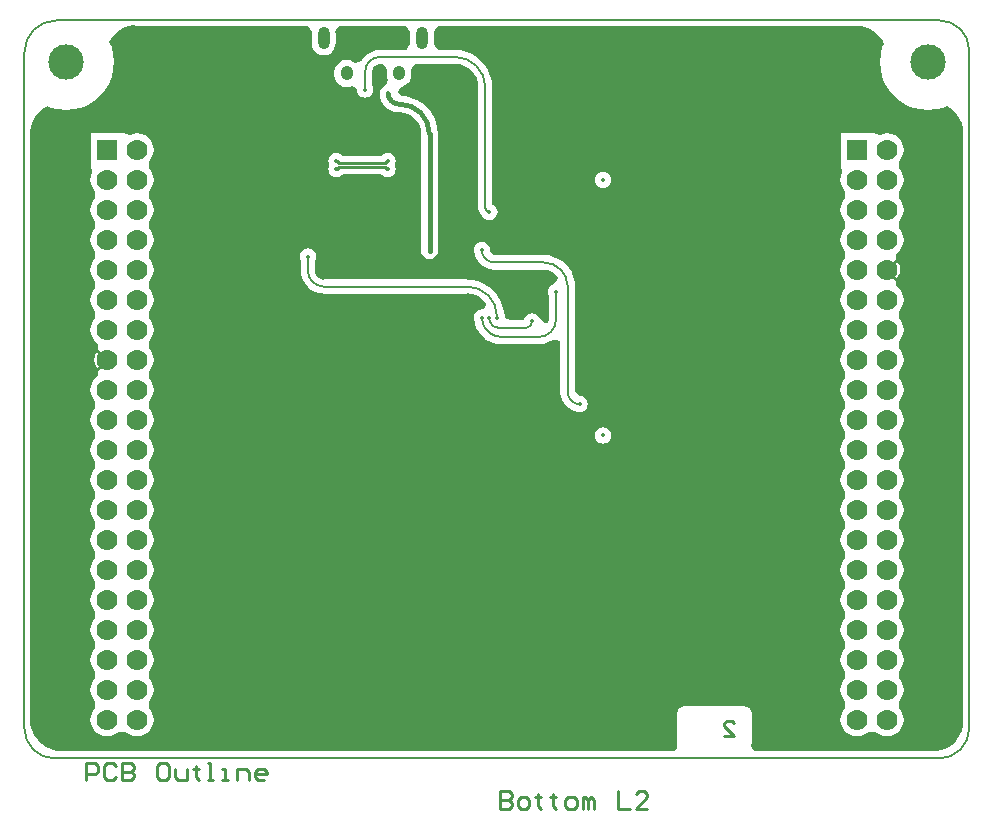
<source format=gbl>
G04*
G04 #@! TF.GenerationSoftware,Altium Limited,Altium Designer,25.8.1 (18)*
G04*
G04 Layer_Physical_Order=2*
G04 Layer_Color=16711680*
%FSLAX24Y24*%
%MOIN*%
G70*
G04*
G04 #@! TF.SameCoordinates,09999318-E88C-4F9F-A6D3-71EC491E3F06*
G04*
G04*
G04 #@! TF.FilePolarity,Positive*
G04*
G01*
G75*
%ADD13C,0.0059*%
%ADD16C,0.0100*%
%ADD17C,0.0050*%
%ADD37C,0.0150*%
%ADD38C,0.0080*%
%ADD48C,0.0090*%
%ADD52C,0.0700*%
%ADD53R,0.0700X0.0700*%
G04:AMPARAMS|DCode=54|XSize=39.4mil|YSize=74.8mil|CornerRadius=19.7mil|HoleSize=0mil|Usage=FLASHONLY|Rotation=180.000|XOffset=0mil|YOffset=0mil|HoleType=Round|Shape=RoundedRectangle|*
%AMROUNDEDRECTD54*
21,1,0.0394,0.0354,0,0,180.0*
21,1,0.0000,0.0748,0,0,180.0*
1,1,0.0394,0.0000,0.0177*
1,1,0.0394,0.0000,0.0177*
1,1,0.0394,0.0000,-0.0177*
1,1,0.0394,0.0000,-0.0177*
%
%ADD54ROUNDEDRECTD54*%
G04:AMPARAMS|DCode=55|XSize=41.3mil|YSize=49.2mil|CornerRadius=20.7mil|HoleSize=0mil|Usage=FLASHONLY|Rotation=180.000|XOffset=0mil|YOffset=0mil|HoleType=Round|Shape=RoundedRectangle|*
%AMROUNDEDRECTD55*
21,1,0.0413,0.0079,0,0,180.0*
21,1,0.0000,0.0492,0,0,180.0*
1,1,0.0413,0.0000,0.0039*
1,1,0.0413,0.0000,0.0039*
1,1,0.0413,0.0000,-0.0039*
1,1,0.0413,0.0000,-0.0039*
%
%ADD55ROUNDEDRECTD55*%
%ADD56C,0.1181*%
%ADD57C,0.0140*%
G36*
X3737Y24431D02*
X9423D01*
X9477Y24386D01*
X9575Y24231D01*
X9570Y24193D01*
Y23839D01*
X9584Y23735D01*
X9624Y23638D01*
X9687Y23556D01*
X9770Y23492D01*
X9867Y23452D01*
X9970Y23438D01*
X10074Y23452D01*
X10171Y23492D01*
X10254Y23556D01*
X10317Y23638D01*
X10357Y23735D01*
X10371Y23839D01*
Y24193D01*
X10366Y24231D01*
X10464Y24386D01*
X10518Y24431D01*
X12711D01*
X12764Y24386D01*
X12863Y24231D01*
X12858Y24193D01*
Y23839D01*
X12861Y23816D01*
X12747Y23647D01*
X12704Y23616D01*
X11847D01*
X11837Y23614D01*
X11707Y23601D01*
X11571Y23560D01*
X11446Y23493D01*
X11337Y23403D01*
X11247Y23294D01*
X11220Y23243D01*
X11143Y23211D01*
X11027Y23193D01*
X10981Y23200D01*
X10943Y23229D01*
X10844Y23270D01*
X10738Y23284D01*
X10632Y23270D01*
X10533Y23229D01*
X10448Y23164D01*
X10383Y23079D01*
X10342Y22980D01*
X10328Y22874D01*
Y22795D01*
X10342Y22689D01*
X10383Y22590D01*
X10448Y22505D01*
X10533Y22440D01*
X10632Y22399D01*
X10738Y22385D01*
X10844Y22399D01*
X10910Y22426D01*
X10929Y22421D01*
X11015Y22369D01*
X11086Y22299D01*
X11095Y22229D01*
X11122Y22163D01*
X11166Y22107D01*
X11222Y22064D01*
X11288Y22036D01*
X11358Y22027D01*
X11429Y22036D01*
X11494Y22064D01*
X11551Y22107D01*
X11594Y22163D01*
X11621Y22229D01*
X11631Y22299D01*
X11621Y22370D01*
X11594Y22436D01*
X11592Y22438D01*
Y22893D01*
X11590Y22904D01*
X11608Y22992D01*
X11664Y23076D01*
X11748Y23132D01*
X11836Y23150D01*
X11847Y23148D01*
X11947D01*
X12059Y23020D01*
X12090Y22948D01*
X12080Y22874D01*
Y22795D01*
X12094Y22689D01*
X12116Y22637D01*
X12082Y22526D01*
X12066Y22491D01*
X12016Y22417D01*
X11987Y22406D01*
X11930Y22361D01*
X11886Y22304D01*
X11858Y22237D01*
X11849Y22165D01*
X11848D01*
X11860Y22042D01*
X11896Y21923D01*
X11955Y21814D01*
X12033Y21718D01*
X12129Y21640D01*
X12238Y21581D01*
X12357Y21545D01*
X12480Y21533D01*
X12672Y21512D01*
X12781Y21479D01*
X12906Y21413D01*
X13016Y21323D01*
X13105Y21213D01*
X13172Y21088D01*
X13214Y20952D01*
X13227Y20815D01*
X13227Y20811D01*
Y16929D01*
X13236Y16857D01*
X13264Y16790D01*
X13308Y16733D01*
X13365Y16689D01*
X13432Y16661D01*
X13504Y16652D01*
X13576Y16661D01*
X13643Y16689D01*
X13700Y16733D01*
X13744Y16790D01*
X13772Y16857D01*
X13781Y16929D01*
Y20811D01*
X13783D01*
X13767Y21011D01*
X13720Y21206D01*
X13643Y21392D01*
X13539Y21563D01*
X13408Y21715D01*
X13256Y21846D01*
X13085Y21951D01*
X12899Y22027D01*
X12704Y22074D01*
X12541Y22087D01*
X12454Y22223D01*
X12561Y22394D01*
X12596Y22399D01*
X12695Y22440D01*
X12780Y22505D01*
X12845Y22590D01*
X12886Y22689D01*
X12900Y22795D01*
Y22874D01*
X12891Y22948D01*
X12921Y23020D01*
X13033Y23148D01*
X14361D01*
X14372Y23150D01*
X14511Y23136D01*
X14656Y23092D01*
X14789Y23021D01*
X14905Y22926D01*
X15001Y22809D01*
X15072Y22676D01*
X15116Y22532D01*
X15129Y22392D01*
X15127Y22382D01*
Y18356D01*
X15131Y18337D01*
X15141Y18260D01*
X15178Y18171D01*
X15237Y18094D01*
X15278Y18063D01*
X15307Y18026D01*
X15363Y17983D01*
X15429Y17955D01*
X15499Y17946D01*
X15570Y17955D01*
X15635Y17983D01*
X15692Y18026D01*
X15735Y18082D01*
X15762Y18148D01*
X15771Y18219D01*
X15762Y18289D01*
X15735Y18355D01*
X15692Y18411D01*
X15635Y18454D01*
X15595Y18471D01*
Y22382D01*
X15594Y22388D01*
X15579Y22575D01*
X15534Y22763D01*
X15460Y22942D01*
X15359Y23107D01*
X15233Y23254D01*
X15086Y23380D01*
X14921Y23481D01*
X14742Y23555D01*
X14554Y23600D01*
X14367Y23615D01*
X14361Y23616D01*
X13812D01*
X13768Y23647D01*
X13655Y23816D01*
X13658Y23839D01*
Y24193D01*
X13653Y24231D01*
X13752Y24386D01*
X13805Y24431D01*
X27733Y24431D01*
X27733Y24431D01*
X27733Y24431D01*
X27733D01*
X27919Y24415D01*
X28021Y24395D01*
X28201Y24322D01*
X28363Y24215D01*
X28502Y24078D01*
X28610Y23917D01*
X28648Y23829D01*
X28601Y23717D01*
X28542Y23472D01*
X28523Y23221D01*
X28542Y22971D01*
X28601Y22726D01*
X28697Y22494D01*
X28829Y22279D01*
X28992Y22088D01*
X29183Y21925D01*
X29398Y21793D01*
X29630Y21697D01*
X29874Y21639D01*
X30125Y21619D01*
X30376Y21639D01*
X30620Y21697D01*
X30769Y21759D01*
X30926Y21653D01*
X31062Y21515D01*
X31168Y21353D01*
X31241Y21174D01*
X31278Y20984D01*
X31277Y20887D01*
X31277Y1215D01*
X31277Y1215D01*
Y1119D01*
X31240Y929D01*
X31166Y750D01*
X31058Y590D01*
X30922Y453D01*
X30761Y346D01*
X30582Y272D01*
X30393Y234D01*
X24351D01*
X24257Y364D01*
X24231Y434D01*
X24244Y500D01*
Y1500D01*
X24225Y1593D01*
X24173Y1673D01*
X24093Y1725D01*
X24000Y1744D01*
X22000D01*
X21907Y1725D01*
X21827Y1673D01*
X21775Y1593D01*
X21756Y1500D01*
Y500D01*
X21769Y434D01*
X21743Y364D01*
X21649Y234D01*
X1164D01*
X1071Y247D01*
X893Y302D01*
X726Y385D01*
X575Y494D01*
X443Y626D01*
X334Y778D01*
X250Y945D01*
X195Y1123D01*
X182Y1215D01*
X182Y20695D01*
X182Y20695D01*
X182Y20895D01*
X183Y20910D01*
X209Y21051D01*
X252Y21187D01*
X313Y21317D01*
X391Y21438D01*
X484Y21547D01*
X590Y21644D01*
X708Y21726D01*
X758Y21752D01*
X890Y21697D01*
X1134Y21639D01*
X1385Y21619D01*
X1636Y21639D01*
X1880Y21697D01*
X2113Y21793D01*
X2327Y21925D01*
X2518Y22088D01*
X2681Y22279D01*
X2813Y22494D01*
X2909Y22726D01*
X2968Y22971D01*
X2988Y23221D01*
X2968Y23472D01*
X2909Y23717D01*
X2834Y23897D01*
X2872Y23976D01*
X2984Y24126D01*
X3123Y24251D01*
X3283Y24347D01*
X3459Y24409D01*
X3644Y24436D01*
X3737Y24431D01*
D02*
G37*
%LPC*%
G36*
X28755Y20843D02*
X28611Y20824D01*
X28505Y20780D01*
X28305Y20838D01*
Y20838D01*
X27205D01*
Y19738D01*
X27205Y19738D01*
X27263Y19538D01*
X27219Y19432D01*
X27200Y19288D01*
X27219Y19145D01*
X27275Y19011D01*
X27363Y18896D01*
Y18681D01*
X27275Y18566D01*
X27219Y18432D01*
X27200Y18288D01*
X27219Y18145D01*
X27275Y18011D01*
X27363Y17896D01*
Y17681D01*
X27275Y17566D01*
X27219Y17432D01*
X27200Y17288D01*
X27219Y17145D01*
X27275Y17011D01*
X27363Y16896D01*
Y16681D01*
X27275Y16566D01*
X27219Y16432D01*
X27200Y16288D01*
X27219Y16145D01*
X27275Y16011D01*
X27363Y15896D01*
Y15681D01*
X27275Y15566D01*
X27219Y15432D01*
X27200Y15288D01*
X27219Y15145D01*
X27275Y15011D01*
X27363Y14896D01*
Y14681D01*
X27275Y14566D01*
X27219Y14432D01*
X27200Y14288D01*
X27219Y14145D01*
X27275Y14011D01*
X27363Y13896D01*
Y13681D01*
X27275Y13566D01*
X27219Y13432D01*
X27200Y13288D01*
X27219Y13145D01*
X27275Y13011D01*
X27363Y12896D01*
Y12681D01*
X27275Y12566D01*
X27219Y12432D01*
X27200Y12288D01*
X27219Y12145D01*
X27275Y12011D01*
X27363Y11896D01*
Y11681D01*
X27275Y11566D01*
X27219Y11432D01*
X27200Y11288D01*
X27219Y11145D01*
X27275Y11011D01*
X27363Y10896D01*
Y10681D01*
X27275Y10566D01*
X27219Y10432D01*
X27200Y10288D01*
X27219Y10145D01*
X27275Y10011D01*
X27363Y9896D01*
Y9681D01*
X27275Y9566D01*
X27219Y9432D01*
X27200Y9288D01*
X27219Y9145D01*
X27275Y9011D01*
X27363Y8896D01*
Y8681D01*
X27275Y8566D01*
X27219Y8432D01*
X27200Y8288D01*
X27219Y8145D01*
X27275Y8011D01*
X27363Y7896D01*
Y7681D01*
X27275Y7566D01*
X27219Y7432D01*
X27200Y7288D01*
X27219Y7145D01*
X27275Y7011D01*
X27363Y6896D01*
Y6681D01*
X27275Y6566D01*
X27219Y6432D01*
X27200Y6288D01*
X27219Y6145D01*
X27275Y6011D01*
X27363Y5896D01*
Y5681D01*
X27275Y5566D01*
X27219Y5432D01*
X27200Y5288D01*
X27219Y5145D01*
X27275Y5011D01*
X27363Y4896D01*
Y4681D01*
X27275Y4566D01*
X27219Y4432D01*
X27200Y4288D01*
X27219Y4145D01*
X27275Y4011D01*
X27363Y3896D01*
Y3681D01*
X27275Y3566D01*
X27219Y3432D01*
X27200Y3288D01*
X27219Y3145D01*
X27275Y3011D01*
X27363Y2896D01*
Y2681D01*
X27275Y2566D01*
X27219Y2432D01*
X27200Y2288D01*
X27219Y2145D01*
X27275Y2011D01*
X27363Y1896D01*
Y1681D01*
X27275Y1566D01*
X27219Y1432D01*
X27200Y1288D01*
X27219Y1145D01*
X27275Y1011D01*
X27363Y896D01*
X27478Y808D01*
X27611Y752D01*
X27755Y734D01*
X27899Y752D01*
X28032Y808D01*
X28147Y896D01*
X28363D01*
X28478Y808D01*
X28611Y752D01*
X28755Y734D01*
X28899Y752D01*
X29032Y808D01*
X29147Y896D01*
X29235Y1011D01*
X29291Y1145D01*
X29310Y1288D01*
X29291Y1432D01*
X29235Y1566D01*
X29147Y1681D01*
Y1896D01*
X29235Y2011D01*
X29291Y2145D01*
X29310Y2288D01*
X29291Y2432D01*
X29235Y2566D01*
X29147Y2681D01*
Y2896D01*
X29235Y3011D01*
X29291Y3145D01*
X29310Y3288D01*
X29291Y3432D01*
X29235Y3566D01*
X29147Y3681D01*
Y3896D01*
X29235Y4011D01*
X29291Y4145D01*
X29310Y4288D01*
X29291Y4432D01*
X29235Y4566D01*
X29147Y4681D01*
Y4896D01*
X29235Y5011D01*
X29291Y5145D01*
X29310Y5288D01*
X29291Y5432D01*
X29235Y5566D01*
X29147Y5681D01*
Y5896D01*
X29235Y6011D01*
X29291Y6145D01*
X29310Y6288D01*
X29291Y6432D01*
X29235Y6566D01*
X29147Y6681D01*
Y6896D01*
X29235Y7011D01*
X29291Y7145D01*
X29310Y7288D01*
X29291Y7432D01*
X29235Y7566D01*
X29147Y7681D01*
Y7896D01*
X29235Y8011D01*
X29291Y8145D01*
X29310Y8288D01*
X29291Y8432D01*
X29235Y8566D01*
X29147Y8681D01*
Y8896D01*
X29235Y9011D01*
X29291Y9145D01*
X29310Y9288D01*
X29291Y9432D01*
X29235Y9566D01*
X29147Y9681D01*
Y9896D01*
X29235Y10011D01*
X29291Y10145D01*
X29310Y10288D01*
X29291Y10432D01*
X29235Y10566D01*
X29147Y10681D01*
Y10896D01*
X29235Y11011D01*
X29291Y11145D01*
X29310Y11288D01*
X29291Y11432D01*
X29235Y11566D01*
X29147Y11681D01*
Y11896D01*
X29235Y12011D01*
X29291Y12145D01*
X29310Y12288D01*
X29291Y12432D01*
X29235Y12566D01*
X29147Y12681D01*
Y12896D01*
X29235Y13011D01*
X29291Y13145D01*
X29310Y13288D01*
X29291Y13432D01*
X29235Y13566D01*
X29147Y13681D01*
Y13896D01*
X29235Y14011D01*
X29291Y14145D01*
X29310Y14288D01*
X29291Y14432D01*
X29235Y14566D01*
X29147Y14681D01*
Y14896D01*
X29235Y15011D01*
X29291Y15145D01*
X29310Y15288D01*
X29291Y15432D01*
X29235Y15566D01*
X29147Y15681D01*
X29064Y15745D01*
X29061Y15750D01*
X29043Y15877D01*
X29048Y15926D01*
X28720Y16253D01*
X28755Y16288D01*
X28720Y16323D01*
X29048Y16651D01*
X29043Y16699D01*
X29061Y16827D01*
X29064Y16832D01*
X29147Y16896D01*
X29235Y17011D01*
X29291Y17145D01*
X29310Y17288D01*
X29291Y17432D01*
X29235Y17566D01*
X29147Y17681D01*
Y17896D01*
X29235Y18011D01*
X29291Y18145D01*
X29310Y18288D01*
X29291Y18432D01*
X29235Y18566D01*
X29147Y18681D01*
Y18896D01*
X29235Y19011D01*
X29291Y19145D01*
X29310Y19288D01*
X29291Y19432D01*
X29235Y19566D01*
X29147Y19681D01*
Y19896D01*
X29235Y20011D01*
X29291Y20145D01*
X29310Y20288D01*
X29291Y20432D01*
X29235Y20566D01*
X29147Y20681D01*
X29032Y20769D01*
X28899Y20824D01*
X28755Y20843D01*
D02*
G37*
G36*
X3755D02*
X3611Y20824D01*
X3505Y20780D01*
X3305Y20838D01*
Y20838D01*
X2205D01*
Y19738D01*
X2205Y19738D01*
X2263Y19538D01*
X2219Y19432D01*
X2200Y19288D01*
X2219Y19145D01*
X2275Y19011D01*
X2363Y18896D01*
Y18681D01*
X2275Y18566D01*
X2219Y18432D01*
X2200Y18288D01*
X2219Y18145D01*
X2275Y18011D01*
X2363Y17896D01*
Y17681D01*
X2275Y17566D01*
X2219Y17432D01*
X2200Y17288D01*
X2219Y17145D01*
X2275Y17011D01*
X2363Y16896D01*
Y16681D01*
X2275Y16566D01*
X2219Y16432D01*
X2200Y16288D01*
X2219Y16145D01*
X2275Y16011D01*
X2363Y15896D01*
Y15681D01*
X2275Y15566D01*
X2219Y15432D01*
X2200Y15288D01*
X2219Y15145D01*
X2275Y15011D01*
X2363Y14896D01*
Y14681D01*
X2275Y14566D01*
X2219Y14432D01*
X2200Y14288D01*
X2219Y14145D01*
X2275Y14011D01*
X2363Y13896D01*
X2446Y13832D01*
X2449Y13827D01*
X2467Y13699D01*
X2462Y13651D01*
X2790Y13323D01*
X2755Y13288D01*
X2790Y13253D01*
X2462Y12926D01*
X2467Y12877D01*
X2449Y12750D01*
X2446Y12745D01*
X2363Y12681D01*
X2275Y12566D01*
X2219Y12432D01*
X2200Y12288D01*
X2219Y12145D01*
X2275Y12011D01*
X2363Y11896D01*
Y11681D01*
X2275Y11566D01*
X2219Y11432D01*
X2200Y11288D01*
X2219Y11145D01*
X2275Y11011D01*
X2363Y10896D01*
Y10681D01*
X2275Y10566D01*
X2219Y10432D01*
X2200Y10288D01*
X2219Y10145D01*
X2275Y10011D01*
X2363Y9896D01*
Y9681D01*
X2275Y9566D01*
X2219Y9432D01*
X2200Y9288D01*
X2219Y9145D01*
X2275Y9011D01*
X2363Y8896D01*
Y8681D01*
X2275Y8566D01*
X2219Y8432D01*
X2200Y8288D01*
X2219Y8145D01*
X2275Y8011D01*
X2363Y7896D01*
Y7681D01*
X2275Y7566D01*
X2219Y7432D01*
X2200Y7288D01*
X2219Y7145D01*
X2275Y7011D01*
X2363Y6896D01*
Y6681D01*
X2275Y6566D01*
X2219Y6432D01*
X2200Y6288D01*
X2219Y6145D01*
X2275Y6011D01*
X2363Y5896D01*
Y5681D01*
X2275Y5566D01*
X2219Y5432D01*
X2200Y5288D01*
X2219Y5145D01*
X2275Y5011D01*
X2363Y4896D01*
Y4681D01*
X2275Y4566D01*
X2219Y4432D01*
X2200Y4288D01*
X2219Y4145D01*
X2275Y4011D01*
X2363Y3896D01*
Y3681D01*
X2275Y3566D01*
X2219Y3432D01*
X2200Y3288D01*
X2219Y3145D01*
X2275Y3011D01*
X2363Y2896D01*
Y2681D01*
X2275Y2566D01*
X2219Y2432D01*
X2200Y2288D01*
X2219Y2145D01*
X2275Y2011D01*
X2363Y1896D01*
Y1681D01*
X2275Y1566D01*
X2219Y1432D01*
X2200Y1288D01*
X2219Y1145D01*
X2275Y1011D01*
X2363Y896D01*
X2478Y808D01*
X2611Y752D01*
X2755Y734D01*
X2899Y752D01*
X3032Y808D01*
X3147Y896D01*
X3363D01*
X3478Y808D01*
X3611Y752D01*
X3755Y734D01*
X3899Y752D01*
X4032Y808D01*
X4147Y896D01*
X4235Y1011D01*
X4291Y1145D01*
X4310Y1288D01*
X4291Y1432D01*
X4235Y1566D01*
X4147Y1681D01*
Y1896D01*
X4235Y2011D01*
X4291Y2145D01*
X4310Y2288D01*
X4291Y2432D01*
X4235Y2566D01*
X4147Y2681D01*
Y2896D01*
X4235Y3011D01*
X4291Y3145D01*
X4310Y3288D01*
X4291Y3432D01*
X4235Y3566D01*
X4147Y3681D01*
Y3896D01*
X4235Y4011D01*
X4291Y4145D01*
X4310Y4288D01*
X4291Y4432D01*
X4235Y4566D01*
X4147Y4681D01*
Y4896D01*
X4235Y5011D01*
X4291Y5145D01*
X4310Y5288D01*
X4291Y5432D01*
X4235Y5566D01*
X4147Y5681D01*
Y5896D01*
X4235Y6011D01*
X4291Y6145D01*
X4310Y6288D01*
X4291Y6432D01*
X4235Y6566D01*
X4147Y6681D01*
Y6896D01*
X4235Y7011D01*
X4291Y7145D01*
X4310Y7288D01*
X4291Y7432D01*
X4235Y7566D01*
X4147Y7681D01*
Y7896D01*
X4235Y8011D01*
X4291Y8145D01*
X4310Y8288D01*
X4291Y8432D01*
X4235Y8566D01*
X4147Y8681D01*
Y8896D01*
X4235Y9011D01*
X4291Y9145D01*
X4310Y9288D01*
X4291Y9432D01*
X4235Y9566D01*
X4147Y9681D01*
Y9896D01*
X4235Y10011D01*
X4291Y10145D01*
X4310Y10288D01*
X4291Y10432D01*
X4235Y10566D01*
X4147Y10681D01*
Y10896D01*
X4235Y11011D01*
X4291Y11145D01*
X4310Y11288D01*
X4291Y11432D01*
X4235Y11566D01*
X4147Y11681D01*
Y11896D01*
X4235Y12011D01*
X4291Y12145D01*
X4310Y12288D01*
X4291Y12432D01*
X4235Y12566D01*
X4147Y12681D01*
Y12896D01*
X4235Y13011D01*
X4291Y13145D01*
X4310Y13288D01*
X4291Y13432D01*
X4235Y13566D01*
X4147Y13681D01*
Y13896D01*
X4235Y14011D01*
X4291Y14145D01*
X4310Y14288D01*
X4291Y14432D01*
X4235Y14566D01*
X4147Y14681D01*
Y14896D01*
X4235Y15011D01*
X4291Y15145D01*
X4310Y15288D01*
X4291Y15432D01*
X4235Y15566D01*
X4147Y15681D01*
Y15896D01*
X4235Y16011D01*
X4291Y16145D01*
X4310Y16288D01*
X4291Y16432D01*
X4235Y16566D01*
X4147Y16681D01*
Y16896D01*
X4235Y17011D01*
X4291Y17145D01*
X4310Y17288D01*
X4291Y17432D01*
X4235Y17566D01*
X4147Y17681D01*
Y17896D01*
X4235Y18011D01*
X4291Y18145D01*
X4310Y18288D01*
X4291Y18432D01*
X4235Y18566D01*
X4147Y18681D01*
Y18896D01*
X4235Y19011D01*
X4291Y19145D01*
X4310Y19288D01*
X4291Y19432D01*
X4235Y19566D01*
X4147Y19681D01*
Y19896D01*
X4235Y20011D01*
X4291Y20145D01*
X4310Y20288D01*
X4291Y20432D01*
X4235Y20566D01*
X4147Y20681D01*
X4032Y20769D01*
X3899Y20824D01*
X3755Y20843D01*
D02*
G37*
G36*
X12106Y20194D02*
X12036Y20184D01*
X11970Y20157D01*
X11914Y20114D01*
X11902Y20098D01*
X10605D01*
X10593Y20114D01*
X10536Y20157D01*
X10470Y20184D01*
X10400Y20194D01*
X10330Y20184D01*
X10264Y20157D01*
X10207Y20114D01*
X10164Y20057D01*
X10137Y19992D01*
X10128Y19921D01*
X10137Y19851D01*
X10164Y19785D01*
X10165Y19783D01*
X10164Y19782D01*
X10137Y19716D01*
X10128Y19646D01*
X10137Y19575D01*
X10164Y19510D01*
X10207Y19453D01*
X10264Y19410D01*
X10330Y19383D01*
X10400Y19373D01*
X10470Y19383D01*
X10536Y19410D01*
X10593Y19453D01*
X10605Y19469D01*
X11902D01*
X11914Y19453D01*
X11970Y19410D01*
X12036Y19383D01*
X12106Y19373D01*
X12177Y19383D01*
X12242Y19410D01*
X12299Y19453D01*
X12342Y19510D01*
X12369Y19575D01*
X12379Y19646D01*
X12369Y19716D01*
X12342Y19782D01*
X12341Y19783D01*
X12342Y19785D01*
X12369Y19851D01*
X12379Y19921D01*
X12369Y19992D01*
X12342Y20057D01*
X12299Y20114D01*
X12242Y20157D01*
X12177Y20184D01*
X12106Y20194D01*
D02*
G37*
G36*
X19291Y19564D02*
X19221Y19554D01*
X19155Y19527D01*
X19099Y19484D01*
X19055Y19427D01*
X19028Y19362D01*
X19019Y19291D01*
X19028Y19221D01*
X19055Y19155D01*
X19099Y19099D01*
X19155Y19055D01*
X19221Y19028D01*
X19291Y19019D01*
X19362Y19028D01*
X19427Y19055D01*
X19484Y19099D01*
X19527Y19155D01*
X19554Y19221D01*
X19564Y19291D01*
X19554Y19362D01*
X19527Y19427D01*
X19484Y19484D01*
X19427Y19527D01*
X19362Y19554D01*
X19291Y19564D01*
D02*
G37*
G36*
X29091Y16555D02*
X28825Y16288D01*
X29091Y16022D01*
X29130Y16072D01*
X29173Y16176D01*
X29187Y16288D01*
X29173Y16400D01*
X29130Y16504D01*
X29091Y16555D01*
D02*
G37*
G36*
X15243Y17221D02*
X15173Y17212D01*
X15107Y17185D01*
X15051Y17141D01*
X15007Y17085D01*
X14980Y17019D01*
X14971Y16949D01*
X14980Y16878D01*
X15007Y16813D01*
X15020Y16796D01*
X15050Y16698D01*
X15111Y16584D01*
X15192Y16485D01*
X15292Y16403D01*
X15405Y16342D01*
X15529Y16305D01*
X15641Y16294D01*
X15657Y16291D01*
X17307D01*
X17321Y16293D01*
X17453Y16276D01*
X17589Y16220D01*
X17705Y16130D01*
X17794Y16015D01*
X17793Y16009D01*
X17767Y15946D01*
X17661Y15817D01*
X17657Y15816D01*
X17646Y15814D01*
X17580Y15787D01*
X17524Y15744D01*
X17481Y15687D01*
X17453Y15622D01*
X17444Y15551D01*
X17453Y15481D01*
X17472Y15436D01*
Y14616D01*
X17473Y14609D01*
X17465Y14542D01*
X17446Y14527D01*
X17396Y14509D01*
X17345Y14524D01*
X17192Y14637D01*
X17165Y14703D01*
X17122Y14759D01*
X17065Y14803D01*
X17000Y14830D01*
X16929Y14839D01*
X16859Y14830D01*
X16793Y14803D01*
X16737Y14759D01*
X16693Y14703D01*
X16666Y14637D01*
X16662Y14605D01*
X16217D01*
X16027Y14699D01*
X16018Y14769D01*
X15991Y14835D01*
X15979Y14850D01*
X15973Y14925D01*
X15928Y15113D01*
X15854Y15292D01*
X15753Y15457D01*
X15627Y15604D01*
X15480Y15730D01*
X15315Y15831D01*
X15136Y15905D01*
X14948Y15950D01*
X14761Y15965D01*
X14755Y15966D01*
X9970D01*
X9965Y15965D01*
X9896Y15974D01*
X9826Y16003D01*
X9766Y16049D01*
X9720Y16109D01*
X9691Y16179D01*
X9682Y16248D01*
X9683Y16254D01*
Y16594D01*
X9685Y16596D01*
X9712Y16662D01*
X9721Y16732D01*
X9712Y16803D01*
X9685Y16868D01*
X9641Y16925D01*
X9585Y16968D01*
X9519Y16995D01*
X9449Y17005D01*
X9378Y16995D01*
X9313Y16968D01*
X9256Y16925D01*
X9213Y16868D01*
X9186Y16803D01*
X9176Y16732D01*
X9186Y16662D01*
X9213Y16596D01*
X9215Y16594D01*
Y16254D01*
X9216Y16245D01*
X9230Y16107D01*
X9273Y15965D01*
X9343Y15835D01*
X9437Y15720D01*
X9551Y15626D01*
X9682Y15557D01*
X9823Y15514D01*
X9962Y15500D01*
X9970Y15498D01*
X14755D01*
X14766Y15500D01*
X14905Y15487D01*
X15049Y15443D01*
X15182Y15372D01*
X15299Y15276D01*
X15395Y15160D01*
X15396Y15157D01*
X15400Y15135D01*
X15399Y15129D01*
X15364Y15060D01*
X15270Y14968D01*
X15243Y14971D01*
X15173Y14962D01*
X15107Y14935D01*
X15051Y14891D01*
X15007Y14835D01*
X14980Y14769D01*
X14971Y14699D01*
X14980Y14628D01*
X15007Y14563D01*
X15013Y14555D01*
X15016Y14526D01*
X15067Y14359D01*
X15149Y14205D01*
X15259Y14071D01*
X15337Y14007D01*
X15341Y14001D01*
X15358Y13990D01*
X15394Y13960D01*
X15547Y13878D01*
X15714Y13828D01*
X15883Y13811D01*
X15887Y13810D01*
X17156D01*
X17164Y13812D01*
X17313Y13827D01*
X17464Y13873D01*
X17603Y13947D01*
X17666Y13998D01*
X17855Y13923D01*
X17866Y13913D01*
Y12205D01*
X17869Y12188D01*
X17879Y12081D01*
X17916Y11961D01*
X17974Y11851D01*
X18054Y11754D01*
X18150Y11675D01*
X18260Y11616D01*
X18349Y11589D01*
X18368Y11575D01*
X18433Y11548D01*
X18504Y11539D01*
X18574Y11548D01*
X18640Y11575D01*
X18697Y11618D01*
X18740Y11675D01*
X18767Y11741D01*
X18776Y11811D01*
X18767Y11882D01*
X18740Y11947D01*
X18697Y12004D01*
X18640Y12047D01*
X18574Y12074D01*
X18504Y12083D01*
X18367Y12229D01*
X18355Y12257D01*
Y15732D01*
X18353Y15745D01*
X18341Y15896D01*
X18302Y16056D01*
X18239Y16207D01*
X18154Y16347D01*
X18047Y16472D01*
X17922Y16579D01*
X17782Y16665D01*
X17630Y16727D01*
X17471Y16766D01*
X17319Y16778D01*
X17307Y16780D01*
X15672D01*
X15642Y16798D01*
X15510Y16910D01*
X15516Y16949D01*
X15506Y17019D01*
X15479Y17085D01*
X15436Y17141D01*
X15379Y17185D01*
X15314Y17212D01*
X15243Y17221D01*
D02*
G37*
G36*
X2419Y13555D02*
X2381Y13505D01*
X2337Y13400D01*
X2323Y13288D01*
X2337Y13176D01*
X2381Y13072D01*
X2419Y13022D01*
X2685Y13288D01*
X2419Y13555D01*
D02*
G37*
G36*
X19291Y11040D02*
X19221Y11031D01*
X19155Y11004D01*
X19099Y10960D01*
X19055Y10904D01*
X19028Y10838D01*
X19019Y10768D01*
X19028Y10697D01*
X19055Y10632D01*
X19099Y10575D01*
X19155Y10532D01*
X19221Y10505D01*
X19291Y10495D01*
X19362Y10505D01*
X19427Y10532D01*
X19484Y10575D01*
X19527Y10632D01*
X19554Y10697D01*
X19564Y10768D01*
X19554Y10838D01*
X19527Y10904D01*
X19484Y10960D01*
X19427Y11004D01*
X19362Y11031D01*
X19291Y11040D01*
D02*
G37*
%LPD*%
D13*
X15361Y22382D02*
G03*
X14361Y23382I-1000J0D01*
G01*
X11847D02*
G03*
X11358Y22893I0J-489D01*
G01*
X15755Y14732D02*
G03*
X14755Y15732I-1000J0D01*
G01*
X9449Y16254D02*
G03*
X9970Y15732I522J0D01*
G01*
X15361Y18356D02*
G03*
X15499Y18219I138J0D01*
G01*
X15361Y18356D02*
Y22382D01*
X11847Y23382D02*
X14361D01*
X11358Y22299D02*
Y22893D01*
X15755Y14699D02*
Y14732D01*
X9970Y15732D02*
X14755D01*
X9449Y16254D02*
Y16732D01*
D16*
X15848Y-1084D02*
Y-1675D01*
X16143D01*
X16242Y-1576D01*
Y-1478D01*
X16143Y-1379D01*
X15848D01*
X16143D01*
X16242Y-1281D01*
Y-1183D01*
X16143Y-1084D01*
X15848D01*
X16537Y-1675D02*
X16734D01*
X16832Y-1576D01*
Y-1379D01*
X16734Y-1281D01*
X16537D01*
X16438Y-1379D01*
Y-1576D01*
X16537Y-1675D01*
X17127Y-1183D02*
Y-1281D01*
X17029D01*
X17226D01*
X17127D01*
Y-1576D01*
X17226Y-1675D01*
X17619Y-1183D02*
Y-1281D01*
X17521D01*
X17718D01*
X17619D01*
Y-1576D01*
X17718Y-1675D01*
X18111D02*
X18308D01*
X18406Y-1576D01*
Y-1379D01*
X18308Y-1281D01*
X18111D01*
X18013Y-1379D01*
Y-1576D01*
X18111Y-1675D01*
X18603D02*
Y-1281D01*
X18701D01*
X18800Y-1379D01*
Y-1675D01*
Y-1379D01*
X18898Y-1281D01*
X18997Y-1379D01*
Y-1675D01*
X19784Y-1084D02*
Y-1675D01*
X20177D01*
X20768D02*
X20374D01*
X20768Y-1281D01*
Y-1183D01*
X20669Y-1084D01*
X20473D01*
X20374Y-1183D01*
X23333Y750D02*
X23667D01*
X23333Y1083D01*
Y1167D01*
X23417Y1250D01*
X23583D01*
X23667Y1167D01*
X2069Y-730D02*
Y-139D01*
X2364D01*
X2462Y-238D01*
Y-435D01*
X2364Y-533D01*
X2069D01*
X3052Y-238D02*
X2954Y-139D01*
X2757D01*
X2659Y-238D01*
Y-631D01*
X2757Y-730D01*
X2954D01*
X3052Y-631D01*
X3249Y-139D02*
Y-730D01*
X3544D01*
X3643Y-631D01*
Y-533D01*
X3544Y-435D01*
X3249D01*
X3544D01*
X3643Y-336D01*
Y-238D01*
X3544Y-139D01*
X3249D01*
X4725D02*
X4528D01*
X4430Y-238D01*
Y-631D01*
X4528Y-730D01*
X4725D01*
X4824Y-631D01*
Y-238D01*
X4725Y-139D01*
X5020Y-336D02*
Y-631D01*
X5119Y-730D01*
X5414D01*
Y-336D01*
X5709Y-238D02*
Y-336D01*
X5611D01*
X5807D01*
X5709D01*
Y-631D01*
X5807Y-730D01*
X6103D02*
X6299D01*
X6201D01*
Y-139D01*
X6103D01*
X6595Y-730D02*
X6791D01*
X6693D01*
Y-336D01*
X6595D01*
X7087Y-730D02*
Y-336D01*
X7382D01*
X7480Y-435D01*
Y-730D01*
X7972D02*
X7775D01*
X7677Y-631D01*
Y-435D01*
X7775Y-336D01*
X7972D01*
X8070Y-435D01*
Y-533D01*
X7677D01*
D17*
X1072Y24606D02*
G03*
X0Y23534I0J-1072D01*
G01*
X31496Y23599D02*
G03*
X30489Y24606I-1007J0D01*
G01*
X30489Y0D02*
G03*
X31496Y1007I0J1007D01*
G01*
X0D02*
G03*
X1007Y0I1007J0D01*
G01*
X0Y1181D02*
Y23534D01*
X1072Y24606D02*
X30489D01*
X31496Y1007D02*
Y23599D01*
X1007Y0D02*
X30489D01*
X0Y1007D02*
Y1181D01*
D37*
X13504Y20811D02*
G03*
X12504Y21811I-1000J0D01*
G01*
X12126Y22165D02*
G03*
X12480Y21811I354J0D01*
G01*
X13504Y16929D02*
Y20811D01*
X12480Y21811D02*
X12504D01*
D38*
X18110Y12205D02*
G03*
X18504Y11811I394J0D01*
G01*
X18110Y15732D02*
G03*
X17307Y16535I-803J0D01*
G01*
X15243Y16949D02*
G03*
X15657Y16535I413J0D01*
G01*
X17156Y14055D02*
G03*
X17717Y14616I0J561D01*
G01*
X15514Y14174D02*
G03*
X15887Y14055I373J525D01*
G01*
X15243Y14699D02*
G03*
X15514Y14174I644J0D01*
G01*
X16722Y14360D02*
G03*
X16929Y14567I0J207D01*
G01*
X15514Y14559D02*
G03*
X15790Y14360I276J92D01*
G01*
X15499Y14651D02*
G03*
X15514Y14559I291J0D01*
G01*
X17717Y14616D02*
Y15551D01*
X18110Y12205D02*
Y15732D01*
X15657Y16535D02*
X17307D01*
X15887Y14055D02*
X17156D01*
X15499Y14651D02*
Y14699D01*
X15790Y14360D02*
X16722D01*
D48*
X12020Y19718D02*
X12093Y19646D01*
X12106D01*
X10486Y19718D02*
X12020D01*
X10414Y19646D02*
X10486Y19718D01*
X10400Y19646D02*
X10414D01*
X12093Y19921D02*
X12106D01*
X12020Y19848D02*
X12093Y19921D01*
X10400D02*
X10414D01*
X10486Y19848D01*
X12020D01*
D52*
X28755Y20288D02*
D03*
Y19288D02*
D03*
Y18288D02*
D03*
Y17288D02*
D03*
Y16288D02*
D03*
Y15288D02*
D03*
Y14288D02*
D03*
Y13288D02*
D03*
Y12288D02*
D03*
Y11288D02*
D03*
Y10288D02*
D03*
Y9288D02*
D03*
Y8288D02*
D03*
Y7288D02*
D03*
Y6288D02*
D03*
Y5288D02*
D03*
Y4288D02*
D03*
Y3288D02*
D03*
Y2288D02*
D03*
Y1288D02*
D03*
X27755D02*
D03*
Y19288D02*
D03*
Y18288D02*
D03*
Y17288D02*
D03*
Y16288D02*
D03*
Y15288D02*
D03*
Y14288D02*
D03*
Y13288D02*
D03*
Y12288D02*
D03*
Y11288D02*
D03*
Y10288D02*
D03*
Y9288D02*
D03*
Y8288D02*
D03*
Y7288D02*
D03*
Y6288D02*
D03*
Y5288D02*
D03*
Y4288D02*
D03*
Y3288D02*
D03*
Y2288D02*
D03*
X3755Y20288D02*
D03*
Y19288D02*
D03*
Y18288D02*
D03*
Y17288D02*
D03*
Y16288D02*
D03*
Y15288D02*
D03*
Y14288D02*
D03*
Y13288D02*
D03*
Y12288D02*
D03*
Y11288D02*
D03*
Y10288D02*
D03*
Y9288D02*
D03*
Y8288D02*
D03*
Y7288D02*
D03*
Y6288D02*
D03*
Y5288D02*
D03*
Y4288D02*
D03*
Y3288D02*
D03*
Y2288D02*
D03*
Y1288D02*
D03*
X2755D02*
D03*
Y19288D02*
D03*
Y18288D02*
D03*
Y17288D02*
D03*
Y16288D02*
D03*
Y15288D02*
D03*
Y14288D02*
D03*
Y13288D02*
D03*
Y12288D02*
D03*
Y11288D02*
D03*
Y10288D02*
D03*
Y9288D02*
D03*
Y8288D02*
D03*
Y7288D02*
D03*
Y6288D02*
D03*
Y5288D02*
D03*
Y4288D02*
D03*
Y3288D02*
D03*
Y2288D02*
D03*
D53*
X27755Y20288D02*
D03*
X2755D02*
D03*
D54*
X9970Y24016D02*
D03*
X13258D02*
D03*
D55*
X10738Y22835D02*
D03*
X12490D02*
D03*
D56*
X1385Y23221D02*
D03*
X30125D02*
D03*
D57*
X13504Y16929D02*
D03*
X12126Y22165D02*
D03*
X17717Y15551D02*
D03*
X19291Y19291D02*
D03*
Y10768D02*
D03*
X18504Y11811D02*
D03*
X16929Y14567D02*
D03*
X10400Y19646D02*
D03*
Y19921D02*
D03*
X12106D02*
D03*
Y19646D02*
D03*
X9449Y18288D02*
D03*
X15657Y19310D02*
D03*
X11358Y22299D02*
D03*
X9449Y16732D02*
D03*
X15755Y14699D02*
D03*
X15499D02*
D03*
X15243D02*
D03*
X15499Y18219D02*
D03*
X15243Y16949D02*
D03*
X14587Y14075D02*
D03*
M02*

</source>
